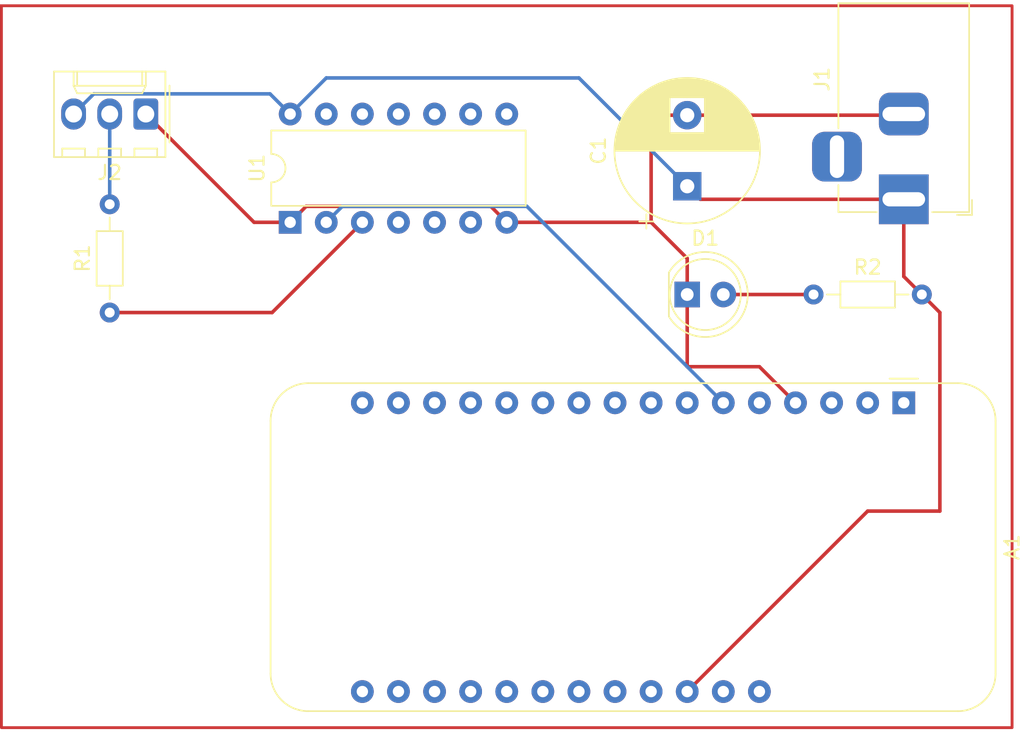
<source format=kicad_pcb>
(kicad_pcb (version 20211014) (generator pcbnew)
  (layers (0 "F.Cu" signal) (31 "B.Cu" signal) (34 "B.Paste" user) (35 "F.Paste" user) (36 "B.SilkS" user "B.Silkscreen") (37 "F.SilkS" user "F.Silkscreen") (38 "B.Mask" user) (39 "F.Mask" user) (44 "Edge.Cuts" user))
  (net 0 "")
  (net 4 "GND")
  (net 6 "Net-(A1-Pad6)")
  (net 24 "+5V")
  (net 27 "Net-(D1-Pad2)")
  (net 28 "/light_string/DIN")
  (net 29 "Net-(R1-Pad1)")
  (footprint "LED_THT:LED_D5.0mm" (layer "F.Cu") (at 208.28 116.84)
    (fp_text reference "D1" (at 1.27 -3.96) (layer "F.SilkS"))
    (fp_text value "Power LED")
    (fp_line (start -1.29 -1.545) (end -1.29 1.545) (layer "F.SilkS") (width 0.12))
    (fp_arc (start 4.26 -0.000462) (mid 2.072002 2.880433) (end -1.29 1.54483) (layer "F.SilkS") (width 0.12))
    (fp_arc (start -1.29 -1.54483) (mid 2.072002 -2.880433) (end 4.26 0.000462) (layer "F.SilkS") (width 0.12))
    (fp_circle (center 1.27 0) (end 3.77 0) (layer "F.SilkS") (width 0.12) (fill none))
    (pad "1" thru_hole rect (at 0 0) (size 1.8 1.8) (drill 0.9) (layers *.Cu *.Mask) (net 4 "GND"))
    (pad "2" thru_hole circle (at 2.54 0) (size 1.8 1.8) (drill 0.9) (layers *.Cu *.Mask) (net 27 "Net-(D1-Pad2)"))
  )
  (footprint "Resistor_THT:R_Axial_DIN0204_L3.6mm_D1.6mm_P7.62mm_Horizontal" (layer "F.Cu") (at 167.64 118.11 90)
    (fp_text reference "R1" (at 3.81 -1.92 90) (layer "F.SilkS"))
    (fp_text value "250")
    (fp_line (start 1.89 0.92) (end 5.73 0.92) (layer "F.SilkS") (width 0.12))
    (fp_line (start 5.73 0.92) (end 5.73 -0.92) (layer "F.SilkS") (width 0.12))
    (fp_line (start 6.68 0) (end 5.73 0) (layer "F.SilkS") (width 0.12))
    (fp_line (start 1.89 -0.92) (end 1.89 0.92) (layer "F.SilkS") (width 0.12))
    (fp_line (start 5.73 -0.92) (end 1.89 -0.92) (layer "F.SilkS") (width 0.12))
    (fp_line (start 0.94 0) (end 1.89 0) (layer "F.SilkS") (width 0.12))
    (pad "1" thru_hole circle (at 0 0 90) (size 1.4 1.4) (drill 0.7) (layers *.Cu *.Mask) (net 29 "Net-(R1-Pad1)"))
    (pad "2" thru_hole oval (at 7.62 0 90) (size 1.4 1.4) (drill 0.7) (layers *.Cu *.Mask) (net 28 "/light_string/DIN"))
  )
  (footprint "Module:Adafruit_Feather" (layer "F.Cu") (at 223.52 124.46 -90)
    (fp_text reference "A1" (at 10.16 -7.62 90) (layer "F.SilkS"))
    (fp_text value "Adafruit_Feather_HUZZAH32_ESP32")
    (fp_line (start 21.7 -3.81) (end 21.7 41.91) (layer "F.SilkS") (width 0.12))
    (fp_line (start -1.7 1) (end -1.7 -1) (layer "F.SilkS") (width 0.12))
    (fp_line (start -1.38 -3.81) (end -1.38 41.91) (layer "F.SilkS") (width 0.12))
    (fp_line (start 19.05 -6.46) (end 1.27 -6.46) (layer "F.SilkS") (width 0.12))
    (fp_line (start 19.05 44.56) (end 1.27 44.56) (layer "F.SilkS") (width 0.12))
    (fp_arc (start 19.05 -6.46) (mid 20.923833 -5.683833) (end 21.7 -3.81) (layer "F.SilkS") (width 0.12))
    (fp_arc (start -1.38 -3.81) (mid -0.603833 -5.683833) (end 1.27 -6.46) (layer "F.SilkS") (width 0.12))
    (fp_arc (start 21.7 41.91) (mid 20.923833 43.783833) (end 19.05 44.56) (layer "F.SilkS") (width 0.12))
    (fp_arc (start 1.27 44.56) (mid -0.603833 43.783833) (end -1.38 41.91) (layer "F.SilkS") (width 0.12))
    (pad "1" thru_hole rect (at 0 0 90) (size 1.6 1.6) (drill 0.8) (layers *.Cu *.Mask))
    (pad "2" thru_hole circle (at 0 2.54 90) (size 1.6 1.6) (drill 0.8) (layers *.Cu *.Mask))
    (pad "3" thru_hole circle (at 0 5.08 90) (size 1.6 1.6) (drill 0.8) (layers *.Cu *.Mask))
    (pad "4" thru_hole circle (at 0 7.62 90) (size 1.6 1.6) (drill 0.8) (layers *.Cu *.Mask) (net 4 "GND"))
    (pad "5" thru_hole circle (at 0 10.16 90) (size 1.6 1.6) (drill 0.8) (layers *.Cu *.Mask))
    (pad "6" thru_hole circle (at 0 12.7 90) (size 1.6 1.6) (drill 0.8) (layers *.Cu *.Mask) (net 6 "Net-(A1-Pad6)"))
    (pad "7" thru_hole circle (at 0 15.24 90) (size 1.6 1.6) (drill 0.8) (layers *.Cu *.Mask))
    (pad "8" thru_hole circle (at 0 17.78 90) (size 1.6 1.6) (drill 0.8) (layers *.Cu *.Mask))
    (pad "9" thru_hole circle (at 0 20.32 90) (size 1.6 1.6) (drill 0.8) (layers *.Cu *.Mask))
    (pad "10" thru_hole circle (at 0 22.86 90) (size 1.6 1.6) (drill 0.8) (layers *.Cu *.Mask))
    (pad "11" thru_hole circle (at 0 25.4 90) (size 1.6 1.6) (drill 0.8) (layers *.Cu *.Mask))
    (pad "12" thru_hole circle (at 0 27.94 90) (size 1.6 1.6) (drill 0.8) (layers *.Cu *.Mask))
    (pad "13" thru_hole circle (at 0 30.48 90) (size 1.6 1.6) (drill 0.8) (layers *.Cu *.Mask))
    (pad "14" thru_hole circle (at 0 33.02 90) (size 1.6 1.6) (drill 0.8) (layers *.Cu *.Mask))
    (pad "15" thru_hole circle (at 0 35.56 90) (size 1.6 1.6) (drill 0.8) (layers *.Cu *.Mask))
    (pad "16" thru_hole circle (at 0 38.1 90) (size 1.6 1.6) (drill 0.8) (layers *.Cu *.Mask))
    (pad "17" thru_hole circle (at 20.32 38.1 90) (size 1.6 1.6) (drill 0.8) (layers *.Cu *.Mask))
    (pad "18" thru_hole circle (at 20.32 35.56 90) (size 1.6 1.6) (drill 0.8) (layers *.Cu *.Mask))
    (pad "19" thru_hole circle (at 20.32 33.02 90) (size 1.6 1.6) (drill 0.8) (layers *.Cu *.Mask))
    (pad "20" thru_hole circle (at 20.32 30.48 90) (size 1.6 1.6) (drill 0.8) (layers *.Cu *.Mask))
    (pad "21" thru_hole circle (at 20.32 27.94 90) (size 1.6 1.6) (drill 0.8) (layers *.Cu *.Mask))
    (pad "22" thru_hole circle (at 20.32 25.4 90) (size 1.6 1.6) (drill 0.8) (layers *.Cu *.Mask))
    (pad "23" thru_hole circle (at 20.32 22.86 90) (size 1.6 1.6) (drill 0.8) (layers *.Cu *.Mask))
    (pad "24" thru_hole circle (at 20.32 20.32 90) (size 1.6 1.6) (drill 0.8) (layers *.Cu *.Mask))
    (pad "25" thru_hole circle (at 20.32 17.78 90) (size 1.6 1.6) (drill 0.8) (layers *.Cu *.Mask))
    (pad "26" thru_hole circle (at 20.32 15.24 90) (size 1.6 1.6) (drill 0.8) (layers *.Cu *.Mask) (net 24 "+5V"))
    (pad "27" thru_hole circle (at 20.32 12.7 90) (size 1.6 1.6) (drill 0.8) (layers *.Cu *.Mask))
    (pad "28" thru_hole circle (at 20.32 10.16 90) (size 1.6 1.6) (drill 0.8) (layers *.Cu *.Mask))
  )
  (footprint "Connector_Molex:Molex_KK-254_AE-6410-03A_1x03_P2.54mm_Vertical" (layer "F.Cu") (at 170.18 104.14 180)
    (fp_text reference "J2" (at 2.54 -4.12) (layer "F.SilkS"))
    (fp_text value "Conn_01x03_Male")
    (fp_line (start -0.8 -3.03) (end -0.8 -2.43) (layer "F.SilkS") (width 0.12))
    (fp_line (start 0 1.99) (end 0.25 1.46) (layer "F.SilkS") (width 0.12))
    (fp_line (start 5.08 1.99) (end 5.08 2.99) (layer "F.SilkS") (width 0.12))
    (fp_line (start -1.38 -3.03) (end -1.38 2.99) (layer "F.SilkS") (width 0.12))
    (fp_line (start 4.28 -2.43) (end 5.88 -2.43) (layer "F.SilkS") (width 0.12))
    (fp_line (start -0.8 -2.43) (end 0.8 -2.43) (layer "F.SilkS") (width 0.12))
    (fp_line (start 1.74 -2.43) (end 3.34 -2.43) (layer "F.SilkS") (width 0.12))
    (fp_line (start 4.83 1.46) (end 5.08 1.99) (layer "F.SilkS") (width 0.12))
    (fp_line (start 0 1.99) (end 5.08 1.99) (layer "F.SilkS") (width 0.12))
    (fp_line (start 4.28 -3.03) (end 4.28 -2.43) (layer "F.SilkS") (width 0.12))
    (fp_line (start -1.38 2.99) (end 6.46 2.99) (layer "F.SilkS") (width 0.12))
    (fp_line (start 0 2.99) (end 0 1.99) (layer "F.SilkS") (width 0.12))
    (fp_line (start 0.25 1.46) (end 4.83 1.46) (layer "F.SilkS") (width 0.12))
    (fp_line (start 6.46 -3.03) (end -1.38 -3.03) (layer "F.SilkS") (width 0.12))
    (fp_line (start 5.88 -2.43) (end 5.88 -3.03) (layer "F.SilkS") (width 0.12))
    (fp_line (start -1.67 -2) (end -1.67 2) (layer "F.SilkS") (width 0.12))
    (fp_line (start 0.8 -2.43) (end 0.8 -3.03) (layer "F.SilkS") (width 0.12))
    (fp_line (start 6.46 2.99) (end 6.46 -3.03) (layer "F.SilkS") (width 0.12))
    (fp_line (start 3.34 -2.43) (end 3.34 -3.03) (layer "F.SilkS") (width 0.12))
    (fp_line (start 0.25 2.99) (end 0.25 1.99) (layer "F.SilkS") (width 0.12))
    (fp_line (start 1.74 -3.03) (end 1.74 -2.43) (layer "F.SilkS") (width 0.12))
    (fp_line (start 4.83 2.99) (end 4.83 1.99) (layer "F.SilkS") (width 0.12))
    (pad "1" thru_hole roundrect (at 0 0 180) (size 1.74 2.19) (drill 1.19) (layers *.Cu *.Mask) (roundrect_rratio 0.143678) (net 4 "GND"))
    (pad "2" thru_hole oval (at 2.54 0 180) (size 1.74 2.19) (drill 1.19) (layers *.Cu *.Mask) (net 28 "/light_string/DIN"))
    (pad "3" thru_hole oval (at 5.08 0 180) (size 1.74 2.19) (drill 1.19) (layers *.Cu *.Mask) (net 24 "+5V"))
  )
  (footprint "Package_DIP:DIP-14_W7.62mm" (layer "F.Cu") (at 180.34 111.76 90)
    (fp_text reference "U1" (at 3.81 -2.33 90) (layer "F.SilkS"))
    (fp_text value "SN74AHCT125N")
    (fp_line (start 1.16 16.57) (end 6.46 16.57) (layer "F.SilkS") (width 0.12))
    (fp_line (start 1.16 -1.33) (end 1.16 16.57) (layer "F.SilkS") (width 0.12))
    (fp_line (start 2.81 -1.33) (end 1.16 -1.33) (layer "F.SilkS") (width 0.12))
    (fp_line (start 6.46 16.57) (end 6.46 -1.33) (layer "F.SilkS") (width 0.12))
    (fp_line (start 6.46 -1.33) (end 4.81 -1.33) (layer "F.SilkS") (width 0.12))
    (fp_arc (start 4.81 -1.33) (mid 3.81 -0.33) (end 2.81 -1.33) (layer "F.SilkS") (width 0.12))
    (pad "1" thru_hole rect (at 0 0 90) (size 1.6 1.6) (drill 0.8) (layers *.Cu *.Mask) (net 4 "GND"))
    (pad "2" thru_hole oval (at 0 2.54 90) (size 1.6 1.6) (drill 0.8) (layers *.Cu *.Mask) (net 6 "Net-(A1-Pad6)"))
    (pad "3" thru_hole oval (at 0 5.08 90) (size 1.6 1.6) (drill 0.8) (layers *.Cu *.Mask) (net 29 "Net-(R1-Pad1)"))
    (pad "4" thru_hole oval (at 0 7.62 90) (size 1.6 1.6) (drill 0.8) (layers *.Cu *.Mask))
    (pad "5" thru_hole oval (at 0 10.16 90) (size 1.6 1.6) (drill 0.8) (layers *.Cu *.Mask))
    (pad "6" thru_hole oval (at 0 12.7 90) (size 1.6 1.6) (drill 0.8) (layers *.Cu *.Mask))
    (pad "7" thru_hole oval (at 0 15.24 90) (size 1.6 1.6) (drill 0.8) (layers *.Cu *.Mask) (net 4 "GND"))
    (pad "8" thru_hole oval (at 7.62 15.24 90) (size 1.6 1.6) (drill 0.8) (layers *.Cu *.Mask))
    (pad "9" thru_hole oval (at 7.62 12.7 90) (size 1.6 1.6) (drill 0.8) (layers *.Cu *.Mask))
    (pad "10" thru_hole oval (at 7.62 10.16 90) (size 1.6 1.6) (drill 0.8) (layers *.Cu *.Mask))
    (pad "11" thru_hole oval (at 7.62 7.62 90) (size 1.6 1.6) (drill 0.8) (layers *.Cu *.Mask))
    (pad "12" thru_hole oval (at 7.62 5.08 90) (size 1.6 1.6) (drill 0.8) (layers *.Cu *.Mask))
    (pad "13" thru_hole oval (at 7.62 2.54 90) (size 1.6 1.6) (drill 0.8) (layers *.Cu *.Mask))
    (pad "14" thru_hole oval (at 7.62 0 90) (size 1.6 1.6) (drill 0.8) (layers *.Cu *.Mask) (net 24 "+5V"))
  )
  (footprint "Connector_BarrelJack:BarrelJack_Horizontal" (layer "F.Cu") (at 223.52 110.14 -90)
    (fp_text reference "J1" (at -8.45 5.75 90) (layer "F.SilkS"))
    (fp_text value "Barrel_Jack")
    (fp_line (start -5 4.6) (end -13.8 4.6) (layer "F.SilkS") (width 0.12))
    (fp_line (start -13.8 4.6) (end -13.8 -4.6) (layer "F.SilkS") (width 0.12))
    (fp_line (start -13.8 -4.6) (end 0.9 -4.6) (layer "F.SilkS") (width 0.12))
    (fp_line (start 0.9 1.9) (end 0.9 4.6) (layer "F.SilkS") (width 0.12))
    (fp_line (start 0.05 -4.8) (end 1.1 -4.8) (layer "F.SilkS") (width 0.12))
    (fp_line (start 0.9 -4.6) (end 0.9 -2) (layer "F.SilkS") (width 0.12))
    (fp_line (start 0.9 4.6) (end -1 4.6) (layer "F.SilkS") (width 0.12))
    (fp_line (start 1.1 -3.75) (end 1.1 -4.8) (layer "F.SilkS") (width 0.12))
    (pad "1" thru_hole rect (at 0 0 270) (size 3.5 3.5) (drill oval 1 3) (layers *.Cu *.Mask) (net 24 "+5V"))
    (pad "2" thru_hole roundrect (at -6 0 270) (size 3 3.5) (drill oval 1 3) (layers *.Cu *.Mask) (net 4 "GND"))
    (pad "3" thru_hole roundrect (at -3 4.7 270) (size 3.5 3.5) (drill oval 3 1) (layers *.Cu *.Mask))
  )
  (footprint "Capacitor_THT:CP_Radial_D10.0mm_P5.00mm" (layer "F.Cu") (at 208.28 109.22 90)
    (fp_text reference "C1" (at 2.5 -6.25 90) (layer "F.SilkS"))
    (fp_text value "1000uF")
    (fp_line (start 3.18 -5.035) (end 3.18 5.035) (layer "F.SilkS") (width 0.12))
    (fp_line (start 5.821 1.241) (end 5.821 3.858) (layer "F.SilkS") (width 0.12))
    (fp_line (start 4.341 1.241) (end 4.341 4.738) (layer "F.SilkS") (width 0.12))
    (fp_line (start 3.781 -4.918) (end 3.781 -1.241) (layer "F.SilkS") (width 0.12))
    (fp_line (start 4.301 -4.754) (end 4.301 -1.241) (layer "F.SilkS") (width 0.12))
    (fp_line (start 4.901 1.241) (end 4.901 4.483) (layer "F.SilkS") (width 0.12))
    (fp_line (start 2.7 -5.077) (end 2.7 5.077) (layer "F.SilkS") (width 0.12))
    (fp_line (start 6.181 1.241) (end 6.181 3.52) (layer "F.SilkS") (width 0.12))
    (fp_line (start 6.541 -3.106) (end 6.541 3.106) (layer "F.SilkS") (width 0.12))
    (fp_line (start 6.341 -3.347) (end 6.341 3.347) (layer "F.SilkS") (width 0.12))
    (fp_line (start 5.781 -3.892) (end 5.781 -1.241) (layer "F.SilkS") (width 0.12))
    (fp_line (start 5.701 1.241) (end 5.701 3.957) (layer "F.SilkS") (width 0.12))
    (fp_line (start 5.181 1.241) (end 5.181 4.323) (layer "F.SilkS") (width 0.12))
    (fp_line (start 3.581 -4.965) (end 3.581 4.965) (layer "F.SilkS") (width 0.12))
    (fp_line (start 5.021 -4.417) (end 5.021 -1.241) (layer "F.SilkS") (width 0.12))
    (fp_line (start 5.221 -4.298) (end 5.221 -1.241) (layer "F.SilkS") (width 0.12))
    (fp_line (start 5.621 1.241) (end 5.621 4.02) (layer "F.SilkS") (width 0.12))
    (fp_line (start 4.181 -4.797) (end 4.181 -1.241) (layer "F.SilkS") (width 0.12))
    (fp_line (start 6.101 1.241) (end 6.101 3.601) (layer "F.SilkS") (width 0.12))
    (fp_line (start 3.981 1.241) (end 3.981 4.862) (layer "F.SilkS") (width 0.12))
    (fp_line (start 2.66 -5.078) (end 2.66 5.078) (layer "F.SilkS") (width 0.12))
    (fp_line (start 6.981 -2.439) (end 6.981 2.439) (layer "F.SilkS") (width 0.12))
    (fp_line (start 4.541 -4.657) (end 4.541 -1.241) (layer "F.SilkS") (width 0.12))
    (fp_line (start 3.621 -4.956) (end 3.621 4.956) (layer "F.SilkS") (width 0.12))
    (fp_line (start 3.14 -5.04) (end 3.14 5.04) (layer "F.SilkS") (width 0.12))
    (fp_line (start 5.181 -4.323) (end 5.181 -1.241) (layer "F.SilkS") (width 0.12))
    (fp_line (start 5.261 1.241) (end 5.261 4.273) (layer "F.SilkS") (width 0.12))
    (fp_line (start 3.06 -5.05) (end 3.06 5.05) (layer "F.SilkS") (width 0.12))
    (fp_line (start 5.381 1.241) (end 5.381 4.194) (layer "F.SilkS") (width 0.12))
    (fp_line (start 4.821 -4.525) (end 4.821 -1.241) (layer "F.SilkS") (width 0.12))
    (fp_line (start 5.461 -4.138) (end 5.461 -1.241) (layer "F.SilkS") (width 0.12))
    (fp_line (start 3.421 -4.997) (end 3.421 4.997) (layer "F.SilkS") (width 0.12))
    (fp_line (start 5.781 1.241) (end 5.781 3.892) (layer "F.SilkS") (width 0.12))
    (fp_line (start 5.141 1.241) (end 5.141 4.347) (layer "F.SilkS") (width 0.12))
    (fp_line (start 4.581 -4.639) (end 4.581 -1.241) (layer "F.SilkS") (width 0.12))
    (fp_line (start 6.061 1.241) (end 6.061 3.64) (layer "F.SilkS") (width 0.12))
    (fp_line (start 3.901 -4.885) (end 3.901 -1.241) (layer "F.SilkS") (width 0.12))
    (fp_line (start 4.461 1.241) (end 4.461 4.69) (layer "F.SilkS") (width 0.12))
    (fp_line (start 6.821 -2.709) (end 6.821 2.709) (layer "F.SilkS") (width 0.12))
    (fp_line (start 6.221 -3.478) (end 6.221 -1.241) (layer "F.SilkS") (width 0.12))
    (fp_line (start 6.301 -3.392) (end 6.301 3.392) (layer "F.SilkS") (width 0.12))
    (fp_line (start 5.141 -4.347) (end 5.141 -1.241) (layer "F.SilkS") (width 0.12))
    (fp_line (start 3.221 -5.03) (end 3.221 5.03) (layer "F.SilkS") (width 0.12))
    (fp_line (start 2.5 -5.08) (end 2.5 5.08) (layer "F.SilkS") (width 0.12))
    (fp_line (start 5.621 -4.02) (end 5.621 -1.241) (layer "F.SilkS") (width 0.12))
    (fp_line (start 4.381 -4.723) (end 4.381 -1.241) (layer "F.SilkS") (width 0.12))
    (fp_line (start 6.581 -3.054) (end 6.581 3.054) (layer "F.SilkS") (width 0.12))
    (fp_line (start 5.661 -3.989) (end 5.661 -1.241) (layer "F.SilkS") (width 0.12))
    (fp_line (start 4.221 -4.783) (end 4.221 -1.241) (layer "F.SilkS") (width 0.12))
    (fp_line (start 6.181 -3.52) (end 6.181 -1.241) (layer "F.SilkS") (width 0.12))
    (fp_line (start 4.701 -4.584) (end 4.701 -1.241) (layer "F.SilkS") (width 0.12))
    (fp_line (start 4.981 1.241) (end 4.981 4.44) (layer "F.SilkS") (width 0.12))
    (fp_line (start 5.901 1.241) (end 5.901 3.789) (layer "F.SilkS") (width 0.12))
    (fp_line (start 3.981 -4.862) (end 3.981 -1.241) (layer "F.SilkS") (width 0.12))
    (fp_line (start 6.421 -3.254) (end 6.421 3.254) (layer "F.SilkS") (width 0.12))
    (fp_line (start 3.941 1.241) (end 3.941 4.874) (layer "F.SilkS") (width 0.12))
    (fp_line (start 6.941 -2.51) (end 6.941 2.51) (layer "F.SilkS") (width 0.12))
    (fp_line (start 6.381 -3.301) (end 6.381 3.301) (layer "F.SilkS") (width 0.12))
    (fp_line (start 4.381 1.241) (end 4.381 4.723) (layer "F.SilkS") (width 0.12))
    (fp_line (start 7.261 -1.846) (end 7.261 1.846) (layer "F.SilkS") (width 0.12))
    (fp_line (start 4.421 1.241) (end 4.421 4.707) (layer "F.SilkS") (width 0.12))
    (fp_line (start 4.101 1.241) (end 4.101 4.824) (layer "F.SilkS") (width 0.12))
    (fp_line (start 5.741 1.241) (end 5.741 3.925) (layer "F.SilkS") (width 0.12))
    (fp_line (start 6.221 1.241) (end 6.221 3.478) (layer "F.SilkS") (width 0.12))
    (fp_line (start 6.101 -3.601) (end 6.101 -1.241) (layer "F.SilkS") (width 0.12))
    (fp_line (start 4.781 1.241) (end 4.781 4.545) (layer "F.SilkS") (width 0.12))
    (fp_line (start 4.021 -4.85) (end 4.021 -1.241) (layer "F.SilkS") (width 0.12))
    (fp_line (start 2.82 -5.07) (end 2.82 5.07) (layer "F.SilkS") (width 0.12))
    (fp_line (start 5.741 -3.925) (end 5.741 -1.241) (layer "F.SilkS") (width 0.12))
    (fp_line (start 2.62 -5.079) (end 2.62 5.079) (layer "F.SilkS") (width 0.12))
    (fp_line (start 7.101 -2.209) (end 7.101 2.209) (layer "F.SilkS") (width 0.12))
    (fp_line (start 7.061 -2.289) (end 7.061 2.289) (layer "F.SilkS") (width 0.12))
    (fp_line (start 5.581 -4.05) (end 5.581 -1.241) (layer "F.SilkS") (width 0.12))
    (fp_line (start 3.541 -4.974) (end 3.541 4.974) (layer "F.SilkS") (width 0.12))
    (fp_line (start 5.021 1.241) (end 5.021 4.417) (layer "F.SilkS") (width 0.12))
    (fp_line (start 6.701 -2.889) (end 6.701 2.889) (layer "F.SilkS") (width 0.12))
    (fp_line (start 5.221 1.241) (end 5.221 4.298) (layer "F.SilkS") (width 0.12))
    (fp_line (start 4.981 -4.44) (end 4.981 -1.241) (layer "F.SilkS") (width 0.12))
    (fp_line (start 4.141 -4.811) (end 4.141 -1.241) (layer "F.SilkS") (width 0.12))
    (fp_line (start 5.301 1.241) (end 5.301 4.247) (layer "F.SilkS") (width 0.12))
    (fp_line (start 4.341 -4.738) (end 4.341 -1.241) (layer "F.SilkS") (width 0.12))
    (fp_line (start 2.86 -5.068) (end 2.86 5.068) (layer "F.SilkS") (width 0.12))
    (fp_line (start 7.341 -1.63) (end 7.341 1.63) (layer "F.SilkS") (width 0.12))
    (fp_line (start -2.479646 -3.375) (end -2.479646 -2.375) (layer "F.SilkS") (width 0.12))
    (fp_line (start 5.421 1.241) (end 5.421 4.166) (layer "F.SilkS") (width 0.12))
    (fp_line (start 4.301 1.241) (end 4.301 4.754) (layer "F.SilkS") (width 0.12))
    (fp_line (start 5.501 1.241) (end 5.501 4.11) (layer "F.SilkS") (width 0.12))
    (fp_line (start 6.061 -3.64) (end 6.061 -1.241) (layer "F.SilkS") (width 0.12))
    (fp_line (start 3.501 -4.982) (end 3.501 4.982) (layer "F.SilkS") (width 0.12))
    (fp_line (start 6.861 -2.645) (end 6.861 2.645) (layer "F.SilkS") (width 0.12))
    (fp_line (start 6.021 1.241) (end 6.021 3.679) (layer "F.SilkS") (width 0.12))
    (fp_line (start 3.901 1.241) (end 3.901 4.885) (layer "F.SilkS") (width 0.12))
    (fp_line (start 4.741 1.241) (end 4.741 4.564) (layer "F.SilkS") (width 0.12))
    (fp_line (start 3.661 -4.947) (end 3.661 4.947) (layer "F.SilkS") (width 0.12))
    (fp_line (start 5.981 1.241) (end 5.981 3.716) (layer "F.SilkS") (width 0.12))
    (fp_line (start 3.861 1.241) (end 3.861 4.897) (layer "F.SilkS") (width 0.12))
    (fp_line (start 7.021 -2.365) (end 7.021 2.365) (layer "F.SilkS") (width 0.12))
    (fp_line (start 6.501 -3.156) (end 6.501 3.156) (layer "F.SilkS") (width 0.12))
    (fp_line (start 3.381 -5.004) (end 3.381 5.004) (layer "F.SilkS") (width 0.12))
    (fp_line (start 4.101 -4.824) (end 4.101 -1.241) (layer "F.SilkS") (width 0.12))
    (fp_line (start 4.221 1.241) (end 4.221 4.783) (layer "F.SilkS") (width 0.12))
    (fp_line (start 4.821 1.241) (end 4.821 4.525) (layer "F.SilkS") (width 0.12))
    (fp_line (start 5.861 1.241) (end 5.861 3.824) (layer "F.SilkS") (width 0.12))
    (fp_line (start 5.821 -3.858) (end 5.821 -1.241) (layer "F.SilkS") (width 0.12))
    (fp_line (start -2.979646 -2.875) (end -1.979646 -2.875) (layer "F.SilkS") (width 0.12))
    (fp_line (start 4.261 -4.768) (end 4.261 -1.241) (layer "F.SilkS") (width 0.12))
    (fp_line (start 7.541 -0.862) (end 7.541 0.862) (layer "F.SilkS") (width 0.12))
    (fp_line (start 2.78 -5.073) (end 2.78 5.073) (layer "F.SilkS") (width 0.12))
    (fp_line (start 7.461 -1.23) (end 7.461 1.23) (layer "F.SilkS") (width 0.12))
    (fp_line (start 4.461 -4.69) (end 4.461 -1.241) (layer "F.SilkS") (width 0.12))
    (fp_line (start 3.341 -5.011) (end 3.341 5.011) (layer "F.SilkS") (width 0.12))
    (fp_line (start 5.341 1.241) (end 5.341 4.221) (layer "F.SilkS") (width 0.12))
    (fp_line (start 4.541 1.241) (end 4.541 4.657) (layer "F.SilkS") (width 0.12))
    (fp_line (start 3.701 -4.938) (end 3.701 4.938) (layer "F.SilkS") (width 0.12))
    (fp_line (start 7.501 -1.062) (end 7.501 1.062) (layer "F.SilkS") (width 0.12))
    (fp_line (start 5.701 -3.957) (end 5.701 -1.241) (layer "F.SilkS") (width 0.12))
    (fp_line (start 4.621 1.241) (end 4.621 4.621) (layer "F.SilkS") (width 0.12))
    (fp_line (start 4.061 -4.837) (end 4.061 -1.241) (layer "F.SilkS") (width 0.12))
    (fp_line (start 7.581 -0.599) (end 7.581 0.599) (layer "F.SilkS") (width 0.12))
    (fp_line (start 4.421 -4.707) (end 4.421 -1.241) (layer "F.SilkS") (width 0.12))
    (fp_line (start 5.101 -4.371) (end 5.101 -1.241) (layer "F.SilkS") (width 0.12))
    (fp_line (start 5.981 -3.716) (end 5.981 -1.241) (layer "F.SilkS") (width 0.12))
    (fp_line (start 4.061 1.241) (end 4.061 4.837) (layer "F.SilkS") (width 0.12))
    (fp_line (start 7.301 -1.742) (end 7.301 1.742) (layer "F.SilkS") (width 0.12))
    (fp_line (start 5.861 -3.824) (end 5.861 -1.241) (layer "F.SilkS") (width 0.12))
    (fp_line (start 3.261 -5.024) (end 3.261 5.024) (layer "F.SilkS") (width 0.12))
    (fp_line (start 4.621 -4.621) (end 4.621 -1.241) (layer "F.SilkS") (width 0.12))
    (fp_line (start 7.381 -1.51) (end 7.381 1.51) (layer "F.SilkS") (width 0.12))
    (fp_line (start 3.821 1.241) (end 3.821 4.907) (layer "F.SilkS") (width 0.12))
    (fp_line (start 4.941 1.241) (end 4.941 4.462) (layer "F.SilkS") (width 0.12))
    (fp_line (start 3.941 -4.874) (end 3.941 -1.241) (layer "F.SilkS") (width 0.12))
    (fp_line (start 3.02 -5.054) (end 3.02 5.054) (layer "F.SilkS") (width 0.12))
    (fp_line (start 6.621 -3) (end 6.621 3) (layer "F.SilkS") (width 0.12))
    (fp_line (start 6.141 -3.561) (end 6.141 -1.241) (layer "F.SilkS") (width 0.12))
    (fp_line (start 6.021 -3.679) (end 6.021 -1.241) (layer "F.SilkS") (width 0.12))
    (fp_line (start 2.54 -5.08) (end 2.54 5.08) (layer "F.SilkS") (width 0.12))
    (fp_line (start 3.1 -5.045) (end 3.1 5.045) (layer "F.SilkS") (width 0.12))
    (fp_line (start 4.261 1.241) (end 4.261 4.768) (layer "F.SilkS") (width 0.12))
    (fp_line (start 4.661 1.241) (end 4.661 4.603) (layer "F.SilkS") (width 0.12))
    (fp_line (start 4.701 1.241) (end 4.701 4.584) (layer "F.SilkS") (width 0.12))
    (fp_line (start 3.741 -4.928) (end 3.741 4.928) (layer "F.SilkS") (width 0.12))
    (fp_line (start 5.101 1.241) (end 5.101 4.371) (layer "F.SilkS") (width 0.12))
    (fp_line (start 6.901 -2.579) (end 6.901 2.579) (layer "F.SilkS") (width 0.12))
    (fp_line (start 4.141 1.241) (end 4.141 4.811) (layer "F.SilkS") (width 0.12))
    (fp_line (start 5.901 -3.789) (end 5.901 -1.241) (layer "F.SilkS") (width 0.12))
    (fp_line (start 2.94 -5.062) (end 2.94 5.062) (layer "F.SilkS") (width 0.12))
    (fp_line (start 5.541 1.241) (end 5.541 4.08) (layer "F.SilkS") (width 0.12))
    (fp_line (start 2.58 -5.08) (end 2.58 5.08) (layer "F.SilkS") (width 0.12))
    (fp_line (start 4.501 1.241) (end 4.501 4.674) (layer "F.SilkS") (width 0.12))
    (fp_line (start 5.941 1.241) (end 5.941 3.753) (layer "F.SilkS") (width 0.12))
    (fp_line (start 5.301 -4.247) (end 5.301 -1.241) (layer "F.SilkS") (width 0.12))
    (fp_line (start 7.141 -2.125) (end 7.141 2.125) (layer "F.SilkS") (width 0.12))
    (fp_line (start 4.181 1.241) (end 4.181 4.797) (layer "F.SilkS") (width 0.12))
    (fp_line (start 3.861 -4.897) (end 3.861 -1.241) (layer "F.SilkS") (width 0.12))
    (fp_line (start 7.221 -1.944) (end 7.221 1.944) (layer "F.SilkS") (width 0.12))
    (fp_line (start 4.861 1.241) (end 4.861 4.504) (layer "F.SilkS") (width 0.12))
    (fp_line (start 6.781 -2.77) (end 6.781 2.77) (layer "F.SilkS") (width 0.12))
    (fp_line (start 6.261 -3.436) (end 6.261 3.436) (layer "F.SilkS") (width 0.12))
    (fp_line (start 5.381 -4.194) (end 5.381 -1.241) (layer "F.SilkS") (width 0.12))
    (fp_line (start 4.501 -4.674) (end 4.501 -1.241) (layer "F.SilkS") (width 0.12))
    (fp_line (start 5.061 -4.395) (end 5.061 -1.241) (layer "F.SilkS") (width 0.12))
    (fp_line (start 2.74 -5.075) (end 2.74 5.075) (layer "F.SilkS") (width 0.12))
    (fp_line (start 5.341 -4.221) (end 5.341 -1.241) (layer "F.SilkS") (width 0.12))
    (fp_line (start 5.421 -4.166) (end 5.421 -1.241) (layer "F.SilkS") (width 0.12))
    (fp_line (start 4.901 -4.483) (end 4.901 -1.241) (layer "F.SilkS") (width 0.12))
    (fp_line (start 5.661 1.241) (end 5.661 3.989) (layer "F.SilkS") (width 0.12))
    (fp_line (start 5.461 1.241) (end 5.461 4.138) (layer "F.SilkS") (width 0.12))
    (fp_line (start 5.581 1.241) (end 5.581 4.05) (layer "F.SilkS") (width 0.12))
    (fp_line (start 7.181 -2.037) (end 7.181 2.037) (layer "F.SilkS") (width 0.12))
    (fp_line (start 4.581 1.241) (end 4.581 4.639) (layer "F.SilkS") (width 0.12))
    (fp_line (start 5.541 -4.08) (end 5.541 -1.241) (layer "F.SilkS") (width 0.12))
    (fp_line (start 4.741 -4.564) (end 4.741 -1.241) (layer "F.SilkS") (width 0.12))
    (fp_line (start 4.781 -4.545) (end 4.781 -1.241) (layer "F.SilkS") (width 0.12))
    (fp_line (start 7.421 -1.378) (end 7.421 1.378) (layer "F.SilkS") (width 0.12))
    (fp_line (start 4.661 -4.603) (end 4.661 -1.241) (layer "F.SilkS") (width 0.12))
    (fp_line (start 4.941 -4.462) (end 4.941 -1.241) (layer "F.SilkS") (width 0.12))
    (fp_line (start 5.941 -3.753) (end 5.941 -1.241) (layer "F.SilkS") (width 0.12))
    (fp_line (start 5.501 -4.11) (end 5.501 -1.241) (layer "F.SilkS") (width 0.12))
    (fp_line (start 3.821 -4.907) (end 3.821 -1.241) (layer "F.SilkS") (width 0.12))
    (fp_line (start 3.301 -5.018) (end 3.301 5.018) (layer "F.SilkS") (width 0.12))
    (fp_line (start 3.461 -4.99) (end 3.461 4.99) (layer "F.SilkS") (width 0.12))
    (fp_line (start 6.141 1.241) (end 6.141 3.561) (layer "F.SilkS") (width 0.12))
    (fp_line (start 3.781 1.241) (end 3.781 4.918) (layer "F.SilkS") (width 0.12))
    (fp_line (start 6.741 -2.83) (end 6.741 2.83) (layer "F.SilkS") (width 0.12))
    (fp_line (start 5.261 -4.273) (end 5.261 -1.241) (layer "F.SilkS") (width 0.12))
    (fp_line (start 4.861 -4.504) (end 4.861 -1.241) (layer "F.SilkS") (width 0.12))
    (fp_line (start 6.661 -2.945) (end 6.661 2.945) (layer "F.SilkS") (width 0.12))
    (fp_line (start 2.9 -5.065) (end 2.9 5.065) (layer "F.SilkS") (width 0.12))
    (fp_line (start 5.061 1.241) (end 5.061 4.395) (layer "F.SilkS") (width 0.12))
    (fp_line (start 6.461 -3.206) (end 6.461 3.206) (layer "F.SilkS") (width 0.12))
    (fp_line (start 4.021 1.241) (end 4.021 4.85) (layer "F.SilkS") (width 0.12))
    (fp_line (start 2.98 -5.058) (end 2.98 5.058) (layer "F.SilkS") (width 0.12))
    (fp_circle (center 2.5 0) (end 7.62 0) (layer "F.SilkS") (width 0.12) (fill none))
    (pad "1" thru_hole rect (at 0 0 90) (size 2 2) (drill 1) (layers *.Cu *.Mask) (net 24 "+5V"))
    (pad "2" thru_hole circle (at 5 0 90) (size 2 2) (drill 1) (layers *.Cu *.Mask) (net 4 "GND"))
  )
  (footprint "Resistor_THT:R_Axial_DIN0204_L3.6mm_D1.6mm_P7.62mm_Horizontal" (layer "F.Cu") (at 217.17 116.84)
    (fp_text reference "R2" (at 3.81 -1.92) (layer "F.SilkS"))
    (fp_text value "1k")
    (fp_line (start 6.68 0) (end 5.73 0) (layer "F.SilkS") (width 0.12))
    (fp_line (start 1.89 -0.92) (end 1.89 0.92) (layer "F.SilkS") (width 0.12))
    (fp_line (start 0.94 0) (end 1.89 0) (layer "F.SilkS") (width 0.12))
    (fp_line (start 5.73 -0.92) (end 1.89 -0.92) (layer "F.SilkS") (width 0.12))
    (fp_line (start 1.89 0.92) (end 5.73 0.92) (layer "F.SilkS") (width 0.12))
    (fp_line (start 5.73 0.92) (end 5.73 -0.92) (layer "F.SilkS") (width 0.12))
    (pad "1" thru_hole circle (at 0 0) (size 1.4 1.4) (drill 0.7) (layers *.Cu *.Mask) (net 27 "Net-(D1-Pad2)"))
    (pad "2" thru_hole oval (at 7.62 0) (size 1.4 1.4) (drill 0.7) (layers *.Cu *.Mask) (net 24 "+5V"))
  )
  (gr_rect (start 160.02 96.52) (end 231.14 147.32) (layer "F.Cu") (width 0.2) (fill none))
  (segment (start 205.82 104.22) (end 208.28 104.22) (width 0.25) (layer "F.Cu") (net 4))
  (segment (start 208.28 114.3) (end 205.74 111.76) (width 0.25) (layer "F.Cu") (net 4))
  (segment (start 170.18 104.14) (end 177.8 111.76) (width 0.25) (layer "F.Cu") (net 4))
  (segment (start 223.52 104.14) (end 223.44 104.22) (width 0.25) (layer "F.Cu") (net 4))
  (segment (start 223.44 104.22) (end 208.28 104.22) (width 0.25) (layer "F.Cu") (net 4))
  (segment (start 181.464511 110.635489) (end 194.455489 110.635489) (width 0.25) (layer "F.Cu") (net 4))
  (segment (start 194.455489 110.635489) (end 195.58 111.76) (width 0.25) (layer "F.Cu") (net 4))
  (segment (start 208.28 121.92) (end 208.28 116.84) (width 0.25) (layer "F.Cu") (net 4))
  (segment (start 213.36 121.92) (end 208.28 121.92) (width 0.25) (layer "F.Cu") (net 4))
  (segment (start 180.34 111.76) (end 181.464511 110.635489) (width 0.25) (layer "F.Cu") (net 4))
  (segment (start 208.28 116.84) (end 208.28 114.3) (width 0.25) (layer "F.Cu") (net 4))
  (segment (start 215.9 124.46) (end 213.36 121.92) (width 0.25) (layer "F.Cu") (net 4))
  (segment (start 205.74 104.14) (end 205.82 104.22) (width 0.25) (layer "F.Cu") (net 4))
  (segment (start 195.58 111.76) (end 205.74 111.76) (width 0.25) (layer "F.Cu") (net 4))
  (segment (start 177.8 111.76) (end 180.34 111.76) (width 0.25) (layer "F.Cu") (net 4))
  (segment (start 205.74 111.76) (end 205.74 104.14) (width 0.25) (layer "F.Cu") (net 4))
  (segment (start 184.004511 110.635489) (end 183.197859 111.442141) (width 0.25) (layer "B.Cu") (net 6))
  (segment (start 210.82 124.46) (end 196.995489 110.635489) (width 0.25) (layer "B.Cu") (net 6))
  (segment (start 196.995489 110.635489) (end 184.004511 110.635489) (width 0.25) (layer "B.Cu") (net 6))
  (segment (start 208.28 144.78) (end 220.98 132.08) (width 0.25) (layer "F.Cu") (net 24))
  (segment (start 209.2 110.14) (end 208.28 109.22) (width 0.25) (layer "F.Cu") (net 24))
  (segment (start 226.06 132.08) (end 226.06 118.11) (width 0.25) (layer "F.Cu") (net 24))
  (segment (start 223.52 110.14) (end 223.52 115.57) (width 0.25) (layer "F.Cu") (net 24))
  (segment (start 226.06 118.11) (end 224.79 116.84) (width 0.25) (layer "F.Cu") (net 24))
  (segment (start 223.52 110.14) (end 209.2 110.14) (width 0.25) (layer "F.Cu") (net 24))
  (segment (start 220.98 132.08) (end 226.06 132.08) (width 0.25) (layer "F.Cu") (net 24))
  (segment (start 223.52 115.57) (end 224.79 116.84) (width 0.25) (layer "F.Cu") (net 24))
  (segment (start 200.66 101.6) (end 182.88 101.6) (width 0.25) (layer "B.Cu") (net 24))
  (segment (start 182.88 101.6) (end 180.34 104.14) (width 0.25) (layer "B.Cu") (net 24))
  (segment (start 165.1 104.14) (end 166.51952 102.72048) (width 0.25) (layer "B.Cu") (net 24))
  (segment (start 208.28 109.22) (end 200.66 101.6) (width 0.25) (layer "B.Cu") (net 24))
  (segment (start 178.92048 102.72048) (end 180.34 104.14) (width 0.25) (layer "B.Cu") (net 24))
  (segment (start 166.51952 102.72048) (end 178.92048 102.72048) (width 0.25) (layer "B.Cu") (net 24))
  (segment (start 217.17 116.84) (end 210.82 116.84) (width 0.25) (layer "F.Cu") (net 27))
  (segment (start 167.64 104.14) (end 167.64 110.49) (width 0.25) (layer "B.Cu") (net 28))
  (segment (start 167.64 118.11) (end 179.07 118.11) (width 0.25) (layer "F.Cu") (net 29))
  (segment (start 179.07 118.11) (end 185.42 111.76) (width 0.25) (layer "F.Cu") (net 29))
)
</source>
